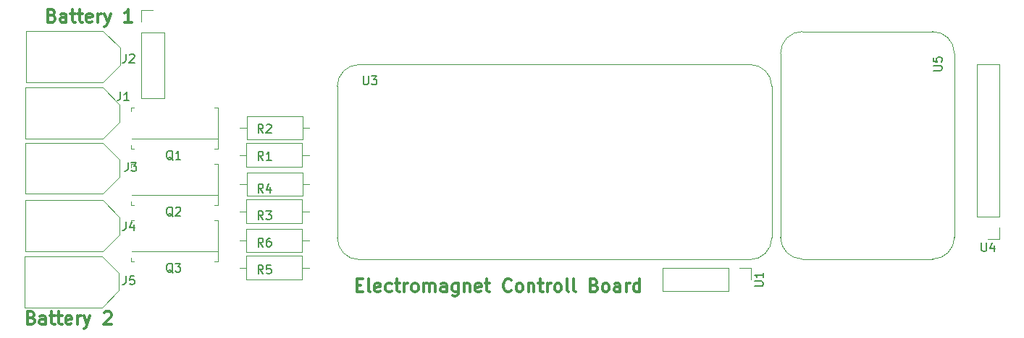
<source format=gbr>
%TF.GenerationSoftware,KiCad,Pcbnew,5.1.6*%
%TF.CreationDate,2020-09-13T19:16:19-07:00*%
%TF.ProjectId,parc,70617263-2e6b-4696-9361-645f70636258,rev?*%
%TF.SameCoordinates,Original*%
%TF.FileFunction,Legend,Top*%
%TF.FilePolarity,Positive*%
%FSLAX46Y46*%
G04 Gerber Fmt 4.6, Leading zero omitted, Abs format (unit mm)*
G04 Created by KiCad (PCBNEW 5.1.6) date 2020-09-13 19:16:19*
%MOMM*%
%LPD*%
G01*
G04 APERTURE LIST*
%ADD10C,0.300000*%
%ADD11C,0.120000*%
%ADD12C,0.100000*%
%ADD13C,0.150000*%
G04 APERTURE END LIST*
D10*
X113004285Y-104667857D02*
X113504285Y-104667857D01*
X113718571Y-105453571D02*
X113004285Y-105453571D01*
X113004285Y-103953571D01*
X113718571Y-103953571D01*
X114575714Y-105453571D02*
X114432857Y-105382142D01*
X114361428Y-105239285D01*
X114361428Y-103953571D01*
X115718571Y-105382142D02*
X115575714Y-105453571D01*
X115290000Y-105453571D01*
X115147142Y-105382142D01*
X115075714Y-105239285D01*
X115075714Y-104667857D01*
X115147142Y-104525000D01*
X115290000Y-104453571D01*
X115575714Y-104453571D01*
X115718571Y-104525000D01*
X115790000Y-104667857D01*
X115790000Y-104810714D01*
X115075714Y-104953571D01*
X117075714Y-105382142D02*
X116932857Y-105453571D01*
X116647142Y-105453571D01*
X116504285Y-105382142D01*
X116432857Y-105310714D01*
X116361428Y-105167857D01*
X116361428Y-104739285D01*
X116432857Y-104596428D01*
X116504285Y-104525000D01*
X116647142Y-104453571D01*
X116932857Y-104453571D01*
X117075714Y-104525000D01*
X117504285Y-104453571D02*
X118075714Y-104453571D01*
X117718571Y-103953571D02*
X117718571Y-105239285D01*
X117790000Y-105382142D01*
X117932857Y-105453571D01*
X118075714Y-105453571D01*
X118575714Y-105453571D02*
X118575714Y-104453571D01*
X118575714Y-104739285D02*
X118647142Y-104596428D01*
X118718571Y-104525000D01*
X118861428Y-104453571D01*
X119004285Y-104453571D01*
X119718571Y-105453571D02*
X119575714Y-105382142D01*
X119504285Y-105310714D01*
X119432857Y-105167857D01*
X119432857Y-104739285D01*
X119504285Y-104596428D01*
X119575714Y-104525000D01*
X119718571Y-104453571D01*
X119932857Y-104453571D01*
X120075714Y-104525000D01*
X120147142Y-104596428D01*
X120218571Y-104739285D01*
X120218571Y-105167857D01*
X120147142Y-105310714D01*
X120075714Y-105382142D01*
X119932857Y-105453571D01*
X119718571Y-105453571D01*
X120861428Y-105453571D02*
X120861428Y-104453571D01*
X120861428Y-104596428D02*
X120932857Y-104525000D01*
X121075714Y-104453571D01*
X121290000Y-104453571D01*
X121432857Y-104525000D01*
X121504285Y-104667857D01*
X121504285Y-105453571D01*
X121504285Y-104667857D02*
X121575714Y-104525000D01*
X121718571Y-104453571D01*
X121932857Y-104453571D01*
X122075714Y-104525000D01*
X122147142Y-104667857D01*
X122147142Y-105453571D01*
X123504285Y-105453571D02*
X123504285Y-104667857D01*
X123432857Y-104525000D01*
X123290000Y-104453571D01*
X123004285Y-104453571D01*
X122861428Y-104525000D01*
X123504285Y-105382142D02*
X123361428Y-105453571D01*
X123004285Y-105453571D01*
X122861428Y-105382142D01*
X122790000Y-105239285D01*
X122790000Y-105096428D01*
X122861428Y-104953571D01*
X123004285Y-104882142D01*
X123361428Y-104882142D01*
X123504285Y-104810714D01*
X124861428Y-104453571D02*
X124861428Y-105667857D01*
X124790000Y-105810714D01*
X124718571Y-105882142D01*
X124575714Y-105953571D01*
X124361428Y-105953571D01*
X124218571Y-105882142D01*
X124861428Y-105382142D02*
X124718571Y-105453571D01*
X124432857Y-105453571D01*
X124290000Y-105382142D01*
X124218571Y-105310714D01*
X124147142Y-105167857D01*
X124147142Y-104739285D01*
X124218571Y-104596428D01*
X124290000Y-104525000D01*
X124432857Y-104453571D01*
X124718571Y-104453571D01*
X124861428Y-104525000D01*
X125575714Y-104453571D02*
X125575714Y-105453571D01*
X125575714Y-104596428D02*
X125647142Y-104525000D01*
X125790000Y-104453571D01*
X126004285Y-104453571D01*
X126147142Y-104525000D01*
X126218571Y-104667857D01*
X126218571Y-105453571D01*
X127504285Y-105382142D02*
X127361428Y-105453571D01*
X127075714Y-105453571D01*
X126932857Y-105382142D01*
X126861428Y-105239285D01*
X126861428Y-104667857D01*
X126932857Y-104525000D01*
X127075714Y-104453571D01*
X127361428Y-104453571D01*
X127504285Y-104525000D01*
X127575714Y-104667857D01*
X127575714Y-104810714D01*
X126861428Y-104953571D01*
X128004285Y-104453571D02*
X128575714Y-104453571D01*
X128218571Y-103953571D02*
X128218571Y-105239285D01*
X128290000Y-105382142D01*
X128432857Y-105453571D01*
X128575714Y-105453571D01*
X131075714Y-105310714D02*
X131004285Y-105382142D01*
X130790000Y-105453571D01*
X130647142Y-105453571D01*
X130432857Y-105382142D01*
X130290000Y-105239285D01*
X130218571Y-105096428D01*
X130147142Y-104810714D01*
X130147142Y-104596428D01*
X130218571Y-104310714D01*
X130290000Y-104167857D01*
X130432857Y-104025000D01*
X130647142Y-103953571D01*
X130790000Y-103953571D01*
X131004285Y-104025000D01*
X131075714Y-104096428D01*
X131932857Y-105453571D02*
X131790000Y-105382142D01*
X131718571Y-105310714D01*
X131647142Y-105167857D01*
X131647142Y-104739285D01*
X131718571Y-104596428D01*
X131790000Y-104525000D01*
X131932857Y-104453571D01*
X132147142Y-104453571D01*
X132290000Y-104525000D01*
X132361428Y-104596428D01*
X132432857Y-104739285D01*
X132432857Y-105167857D01*
X132361428Y-105310714D01*
X132290000Y-105382142D01*
X132147142Y-105453571D01*
X131932857Y-105453571D01*
X133075714Y-104453571D02*
X133075714Y-105453571D01*
X133075714Y-104596428D02*
X133147142Y-104525000D01*
X133290000Y-104453571D01*
X133504285Y-104453571D01*
X133647142Y-104525000D01*
X133718571Y-104667857D01*
X133718571Y-105453571D01*
X134218571Y-104453571D02*
X134790000Y-104453571D01*
X134432857Y-103953571D02*
X134432857Y-105239285D01*
X134504285Y-105382142D01*
X134647142Y-105453571D01*
X134790000Y-105453571D01*
X135290000Y-105453571D02*
X135290000Y-104453571D01*
X135290000Y-104739285D02*
X135361428Y-104596428D01*
X135432857Y-104525000D01*
X135575714Y-104453571D01*
X135718571Y-104453571D01*
X136432857Y-105453571D02*
X136290000Y-105382142D01*
X136218571Y-105310714D01*
X136147142Y-105167857D01*
X136147142Y-104739285D01*
X136218571Y-104596428D01*
X136290000Y-104525000D01*
X136432857Y-104453571D01*
X136647142Y-104453571D01*
X136790000Y-104525000D01*
X136861428Y-104596428D01*
X136932857Y-104739285D01*
X136932857Y-105167857D01*
X136861428Y-105310714D01*
X136790000Y-105382142D01*
X136647142Y-105453571D01*
X136432857Y-105453571D01*
X137790000Y-105453571D02*
X137647142Y-105382142D01*
X137575714Y-105239285D01*
X137575714Y-103953571D01*
X138575714Y-105453571D02*
X138432857Y-105382142D01*
X138361428Y-105239285D01*
X138361428Y-103953571D01*
X140790000Y-104667857D02*
X141004285Y-104739285D01*
X141075714Y-104810714D01*
X141147142Y-104953571D01*
X141147142Y-105167857D01*
X141075714Y-105310714D01*
X141004285Y-105382142D01*
X140861428Y-105453571D01*
X140290000Y-105453571D01*
X140290000Y-103953571D01*
X140790000Y-103953571D01*
X140932857Y-104025000D01*
X141004285Y-104096428D01*
X141075714Y-104239285D01*
X141075714Y-104382142D01*
X141004285Y-104525000D01*
X140932857Y-104596428D01*
X140790000Y-104667857D01*
X140290000Y-104667857D01*
X142004285Y-105453571D02*
X141861428Y-105382142D01*
X141790000Y-105310714D01*
X141718571Y-105167857D01*
X141718571Y-104739285D01*
X141790000Y-104596428D01*
X141861428Y-104525000D01*
X142004285Y-104453571D01*
X142218571Y-104453571D01*
X142361428Y-104525000D01*
X142432857Y-104596428D01*
X142504285Y-104739285D01*
X142504285Y-105167857D01*
X142432857Y-105310714D01*
X142361428Y-105382142D01*
X142218571Y-105453571D01*
X142004285Y-105453571D01*
X143790000Y-105453571D02*
X143790000Y-104667857D01*
X143718571Y-104525000D01*
X143575714Y-104453571D01*
X143290000Y-104453571D01*
X143147142Y-104525000D01*
X143790000Y-105382142D02*
X143647142Y-105453571D01*
X143290000Y-105453571D01*
X143147142Y-105382142D01*
X143075714Y-105239285D01*
X143075714Y-105096428D01*
X143147142Y-104953571D01*
X143290000Y-104882142D01*
X143647142Y-104882142D01*
X143790000Y-104810714D01*
X144504285Y-105453571D02*
X144504285Y-104453571D01*
X144504285Y-104739285D02*
X144575714Y-104596428D01*
X144647142Y-104525000D01*
X144790000Y-104453571D01*
X144932857Y-104453571D01*
X146075714Y-105453571D02*
X146075714Y-103953571D01*
X146075714Y-105382142D02*
X145932857Y-105453571D01*
X145647142Y-105453571D01*
X145504285Y-105382142D01*
X145432857Y-105310714D01*
X145361428Y-105167857D01*
X145361428Y-104739285D01*
X145432857Y-104596428D01*
X145504285Y-104525000D01*
X145647142Y-104453571D01*
X145932857Y-104453571D01*
X146075714Y-104525000D01*
X74982142Y-108477857D02*
X75196428Y-108549285D01*
X75267857Y-108620714D01*
X75339285Y-108763571D01*
X75339285Y-108977857D01*
X75267857Y-109120714D01*
X75196428Y-109192142D01*
X75053571Y-109263571D01*
X74482142Y-109263571D01*
X74482142Y-107763571D01*
X74982142Y-107763571D01*
X75125000Y-107835000D01*
X75196428Y-107906428D01*
X75267857Y-108049285D01*
X75267857Y-108192142D01*
X75196428Y-108335000D01*
X75125000Y-108406428D01*
X74982142Y-108477857D01*
X74482142Y-108477857D01*
X76625000Y-109263571D02*
X76625000Y-108477857D01*
X76553571Y-108335000D01*
X76410714Y-108263571D01*
X76125000Y-108263571D01*
X75982142Y-108335000D01*
X76625000Y-109192142D02*
X76482142Y-109263571D01*
X76125000Y-109263571D01*
X75982142Y-109192142D01*
X75910714Y-109049285D01*
X75910714Y-108906428D01*
X75982142Y-108763571D01*
X76125000Y-108692142D01*
X76482142Y-108692142D01*
X76625000Y-108620714D01*
X77125000Y-108263571D02*
X77696428Y-108263571D01*
X77339285Y-107763571D02*
X77339285Y-109049285D01*
X77410714Y-109192142D01*
X77553571Y-109263571D01*
X77696428Y-109263571D01*
X77982142Y-108263571D02*
X78553571Y-108263571D01*
X78196428Y-107763571D02*
X78196428Y-109049285D01*
X78267857Y-109192142D01*
X78410714Y-109263571D01*
X78553571Y-109263571D01*
X79625000Y-109192142D02*
X79482142Y-109263571D01*
X79196428Y-109263571D01*
X79053571Y-109192142D01*
X78982142Y-109049285D01*
X78982142Y-108477857D01*
X79053571Y-108335000D01*
X79196428Y-108263571D01*
X79482142Y-108263571D01*
X79625000Y-108335000D01*
X79696428Y-108477857D01*
X79696428Y-108620714D01*
X78982142Y-108763571D01*
X80339285Y-109263571D02*
X80339285Y-108263571D01*
X80339285Y-108549285D02*
X80410714Y-108406428D01*
X80482142Y-108335000D01*
X80625000Y-108263571D01*
X80767857Y-108263571D01*
X81125000Y-108263571D02*
X81482142Y-109263571D01*
X81839285Y-108263571D02*
X81482142Y-109263571D01*
X81339285Y-109620714D01*
X81267857Y-109692142D01*
X81125000Y-109763571D01*
X83482142Y-107906428D02*
X83553571Y-107835000D01*
X83696428Y-107763571D01*
X84053571Y-107763571D01*
X84196428Y-107835000D01*
X84267857Y-107906428D01*
X84339285Y-108049285D01*
X84339285Y-108192142D01*
X84267857Y-108406428D01*
X83410714Y-109263571D01*
X84339285Y-109263571D01*
X77395142Y-73044857D02*
X77609428Y-73116285D01*
X77680857Y-73187714D01*
X77752285Y-73330571D01*
X77752285Y-73544857D01*
X77680857Y-73687714D01*
X77609428Y-73759142D01*
X77466571Y-73830571D01*
X76895142Y-73830571D01*
X76895142Y-72330571D01*
X77395142Y-72330571D01*
X77538000Y-72402000D01*
X77609428Y-72473428D01*
X77680857Y-72616285D01*
X77680857Y-72759142D01*
X77609428Y-72902000D01*
X77538000Y-72973428D01*
X77395142Y-73044857D01*
X76895142Y-73044857D01*
X79038000Y-73830571D02*
X79038000Y-73044857D01*
X78966571Y-72902000D01*
X78823714Y-72830571D01*
X78538000Y-72830571D01*
X78395142Y-72902000D01*
X79038000Y-73759142D02*
X78895142Y-73830571D01*
X78538000Y-73830571D01*
X78395142Y-73759142D01*
X78323714Y-73616285D01*
X78323714Y-73473428D01*
X78395142Y-73330571D01*
X78538000Y-73259142D01*
X78895142Y-73259142D01*
X79038000Y-73187714D01*
X79538000Y-72830571D02*
X80109428Y-72830571D01*
X79752285Y-72330571D02*
X79752285Y-73616285D01*
X79823714Y-73759142D01*
X79966571Y-73830571D01*
X80109428Y-73830571D01*
X80395142Y-72830571D02*
X80966571Y-72830571D01*
X80609428Y-72330571D02*
X80609428Y-73616285D01*
X80680857Y-73759142D01*
X80823714Y-73830571D01*
X80966571Y-73830571D01*
X82038000Y-73759142D02*
X81895142Y-73830571D01*
X81609428Y-73830571D01*
X81466571Y-73759142D01*
X81395142Y-73616285D01*
X81395142Y-73044857D01*
X81466571Y-72902000D01*
X81609428Y-72830571D01*
X81895142Y-72830571D01*
X82038000Y-72902000D01*
X82109428Y-73044857D01*
X82109428Y-73187714D01*
X81395142Y-73330571D01*
X82752285Y-73830571D02*
X82752285Y-72830571D01*
X82752285Y-73116285D02*
X82823714Y-72973428D01*
X82895142Y-72902000D01*
X83038000Y-72830571D01*
X83180857Y-72830571D01*
X83538000Y-72830571D02*
X83895142Y-73830571D01*
X84252285Y-72830571D02*
X83895142Y-73830571D01*
X83752285Y-74187714D01*
X83680857Y-74259142D01*
X83538000Y-74330571D01*
X86752285Y-73830571D02*
X85895142Y-73830571D01*
X86323714Y-73830571D02*
X86323714Y-72330571D01*
X86180857Y-72544857D01*
X86038000Y-72687714D01*
X85895142Y-72759142D01*
D11*
%TO.C,J1*%
X83286000Y-81505800D02*
X74286000Y-81505800D01*
X85286000Y-83505800D02*
X83286000Y-81505800D01*
X85286000Y-85505800D02*
X85286000Y-83505800D01*
X83286000Y-87505800D02*
X85286000Y-85505800D01*
X82286000Y-87505800D02*
X83286000Y-87505800D01*
X74286000Y-87505800D02*
X82286000Y-87505800D01*
X74286000Y-81505800D02*
X74286000Y-87505800D01*
%TO.C,J2*%
X83343000Y-74851000D02*
X74343000Y-74851000D01*
X85343000Y-76851000D02*
X83343000Y-74851000D01*
X85343000Y-78851000D02*
X85343000Y-76851000D01*
X83343000Y-80851000D02*
X85343000Y-78851000D01*
X82343000Y-80851000D02*
X83343000Y-80851000D01*
X74343000Y-80851000D02*
X82343000Y-80851000D01*
X74343000Y-74851000D02*
X74343000Y-80851000D01*
%TO.C,J3*%
X74286000Y-87957400D02*
X74286000Y-93957400D01*
X74286000Y-93957400D02*
X82286000Y-93957400D01*
X82286000Y-93957400D02*
X83286000Y-93957400D01*
X83286000Y-93957400D02*
X85286000Y-91957400D01*
X85286000Y-91957400D02*
X85286000Y-89957400D01*
X85286000Y-89957400D02*
X83286000Y-87957400D01*
X83286000Y-87957400D02*
X74286000Y-87957400D01*
%TO.C,J4*%
X83286000Y-94713800D02*
X74286000Y-94713800D01*
X85286000Y-96713800D02*
X83286000Y-94713800D01*
X85286000Y-98713800D02*
X85286000Y-96713800D01*
X83286000Y-100713800D02*
X85286000Y-98713800D01*
X82286000Y-100713800D02*
X83286000Y-100713800D01*
X74286000Y-100713800D02*
X82286000Y-100713800D01*
X74286000Y-94713800D02*
X74286000Y-100713800D01*
%TO.C,J5*%
X74216000Y-101267000D02*
X74216000Y-107267000D01*
X74216000Y-107267000D02*
X82216000Y-107267000D01*
X82216000Y-107267000D02*
X83216000Y-107267000D01*
X83216000Y-107267000D02*
X85216000Y-105267000D01*
X85216000Y-105267000D02*
X85216000Y-103267000D01*
X85216000Y-103267000D02*
X83216000Y-101267000D01*
X83216000Y-101267000D02*
X74216000Y-101267000D01*
D12*
%TO.C,Q1*%
X96794000Y-87523000D02*
X86694000Y-87523000D01*
X86594000Y-83833000D02*
X86594000Y-84233000D01*
X86594000Y-83833000D02*
X86994000Y-83833000D01*
X96794000Y-83833000D02*
X96794000Y-88233000D01*
X96794000Y-83833000D02*
X96394000Y-83833000D01*
X96794000Y-88633000D02*
X96794000Y-88233000D01*
X96794000Y-88633000D02*
X96394000Y-88633000D01*
X86994000Y-88633000D02*
X86594000Y-88633000D01*
X86594000Y-88633000D02*
X86594000Y-88233000D01*
%TO.C,Q2*%
X86594000Y-95237000D02*
X86594000Y-94837000D01*
X86994000Y-95237000D02*
X86594000Y-95237000D01*
X96794000Y-95237000D02*
X96394000Y-95237000D01*
X96794000Y-95237000D02*
X96794000Y-94837000D01*
X96794000Y-90437000D02*
X96394000Y-90437000D01*
X96794000Y-90437000D02*
X96794000Y-94837000D01*
X86594000Y-90437000D02*
X86994000Y-90437000D01*
X86594000Y-90437000D02*
X86594000Y-90837000D01*
X96794000Y-94127000D02*
X86694000Y-94127000D01*
%TO.C,Q3*%
X86594000Y-101841000D02*
X86594000Y-101441000D01*
X86994000Y-101841000D02*
X86594000Y-101841000D01*
X96794000Y-101841000D02*
X96394000Y-101841000D01*
X96794000Y-101841000D02*
X96794000Y-101441000D01*
X96794000Y-97041000D02*
X96394000Y-97041000D01*
X96794000Y-97041000D02*
X96794000Y-101441000D01*
X86594000Y-97041000D02*
X86994000Y-97041000D01*
X86594000Y-97041000D02*
X86594000Y-97441000D01*
X96794000Y-100731000D02*
X86694000Y-100731000D01*
D11*
%TO.C,R1*%
X106648000Y-90778000D02*
X106648000Y-88038000D01*
X106648000Y-88038000D02*
X100108000Y-88038000D01*
X100108000Y-88038000D02*
X100108000Y-90778000D01*
X100108000Y-90778000D02*
X106648000Y-90778000D01*
X107418000Y-89408000D02*
X106648000Y-89408000D01*
X99338000Y-89408000D02*
X100108000Y-89408000D01*
%TO.C,R2*%
X107443400Y-86233000D02*
X106673400Y-86233000D01*
X99363400Y-86233000D02*
X100133400Y-86233000D01*
X106673400Y-84863000D02*
X100133400Y-84863000D01*
X106673400Y-87603000D02*
X106673400Y-84863000D01*
X100133400Y-87603000D02*
X106673400Y-87603000D01*
X100133400Y-84863000D02*
X100133400Y-87603000D01*
%TO.C,R3*%
X99338000Y-96012000D02*
X100108000Y-96012000D01*
X107418000Y-96012000D02*
X106648000Y-96012000D01*
X100108000Y-97382000D02*
X106648000Y-97382000D01*
X100108000Y-94642000D02*
X100108000Y-97382000D01*
X106648000Y-94642000D02*
X100108000Y-94642000D01*
X106648000Y-97382000D02*
X106648000Y-94642000D01*
%TO.C,R4*%
X100133400Y-91467000D02*
X100133400Y-94207000D01*
X100133400Y-94207000D02*
X106673400Y-94207000D01*
X106673400Y-94207000D02*
X106673400Y-91467000D01*
X106673400Y-91467000D02*
X100133400Y-91467000D01*
X99363400Y-92837000D02*
X100133400Y-92837000D01*
X107443400Y-92837000D02*
X106673400Y-92837000D01*
%TO.C,R5*%
X106648000Y-103986000D02*
X106648000Y-101246000D01*
X106648000Y-101246000D02*
X100108000Y-101246000D01*
X100108000Y-101246000D02*
X100108000Y-103986000D01*
X100108000Y-103986000D02*
X106648000Y-103986000D01*
X107418000Y-102616000D02*
X106648000Y-102616000D01*
X99338000Y-102616000D02*
X100108000Y-102616000D01*
%TO.C,R6*%
X107418000Y-99415600D02*
X106648000Y-99415600D01*
X99338000Y-99415600D02*
X100108000Y-99415600D01*
X106648000Y-98045600D02*
X100108000Y-98045600D01*
X106648000Y-100785600D02*
X106648000Y-98045600D01*
X100108000Y-100785600D02*
X106648000Y-100785600D01*
X100108000Y-98045600D02*
X100108000Y-100785600D01*
%TO.C,U1*%
X148784000Y-102683000D02*
X148784000Y-105343000D01*
X156464000Y-102683000D02*
X148784000Y-102683000D01*
X156464000Y-105343000D02*
X148784000Y-105343000D01*
X156464000Y-102683000D02*
X156464000Y-105343000D01*
X157734000Y-102683000D02*
X159064000Y-102683000D01*
X159064000Y-102683000D02*
X159064000Y-104013000D01*
%TO.C,U2*%
X87824000Y-72457000D02*
X89154000Y-72457000D01*
X87824000Y-73787000D02*
X87824000Y-72457000D01*
X87824000Y-75057000D02*
X90484000Y-75057000D01*
X90484000Y-75057000D02*
X90484000Y-82737000D01*
X87824000Y-75057000D02*
X87824000Y-82737000D01*
X87824000Y-82737000D02*
X90484000Y-82737000D01*
%TO.C,U3*%
X113280000Y-101660001D02*
X159000000Y-101660001D01*
X110740000Y-81340001D02*
X110740000Y-99120001D01*
X159000000Y-78800001D02*
X113280000Y-78800001D01*
X161540000Y-99120001D02*
X161540000Y-81340001D01*
X113280000Y-101660001D02*
G75*
G02*
X110740000Y-99120001I0J2540000D01*
G01*
X110740000Y-81340001D02*
G75*
G02*
X113280000Y-78800001I2540000J0D01*
G01*
X161540000Y-99120001D02*
G75*
G02*
X159000000Y-101660001I-2540000J0D01*
G01*
X159000000Y-78800001D02*
G75*
G02*
X161540000Y-81340001I0J-2540000D01*
G01*
%TO.C,U4*%
X188147000Y-99247000D02*
X186817000Y-99247000D01*
X188147000Y-97917000D02*
X188147000Y-99247000D01*
X188147000Y-96647000D02*
X185487000Y-96647000D01*
X185487000Y-96647000D02*
X185487000Y-78807000D01*
X188147000Y-96647000D02*
X188147000Y-78807000D01*
X188147000Y-78807000D02*
X185487000Y-78807000D01*
%TO.C,U5*%
X162560000Y-77470000D02*
X162560000Y-99060000D01*
X180340000Y-74930000D02*
X165100000Y-74930000D01*
X182880000Y-99060000D02*
X182880000Y-77470000D01*
X165100000Y-101600000D02*
X180340000Y-101600000D01*
X162560000Y-77470000D02*
G75*
G02*
X165100000Y-74930000I2540000J0D01*
G01*
X180340000Y-74930000D02*
G75*
G02*
X182880000Y-77470000I0J-2540000D01*
G01*
X182880000Y-99060000D02*
G75*
G02*
X180340000Y-101600000I-2540000J0D01*
G01*
X165100000Y-101600000D02*
G75*
G02*
X162560000Y-99060000I0J2540000D01*
G01*
%TO.C,J1*%
D13*
X85391666Y-82002380D02*
X85391666Y-82716666D01*
X85344047Y-82859523D01*
X85248809Y-82954761D01*
X85105952Y-83002380D01*
X85010714Y-83002380D01*
X86391666Y-83002380D02*
X85820238Y-83002380D01*
X86105952Y-83002380D02*
X86105952Y-82002380D01*
X86010714Y-82145238D01*
X85915476Y-82240476D01*
X85820238Y-82288095D01*
%TO.C,J2*%
X86026666Y-77557380D02*
X86026666Y-78271666D01*
X85979047Y-78414523D01*
X85883809Y-78509761D01*
X85740952Y-78557380D01*
X85645714Y-78557380D01*
X86455238Y-77652619D02*
X86502857Y-77605000D01*
X86598095Y-77557380D01*
X86836190Y-77557380D01*
X86931428Y-77605000D01*
X86979047Y-77652619D01*
X87026666Y-77747857D01*
X87026666Y-77843095D01*
X86979047Y-77985952D01*
X86407619Y-78557380D01*
X87026666Y-78557380D01*
%TO.C,J3*%
X86260666Y-90289380D02*
X86260666Y-91003666D01*
X86213047Y-91146523D01*
X86117809Y-91241761D01*
X85974952Y-91289380D01*
X85879714Y-91289380D01*
X86641619Y-90289380D02*
X87260666Y-90289380D01*
X86927333Y-90670333D01*
X87070190Y-90670333D01*
X87165428Y-90717952D01*
X87213047Y-90765571D01*
X87260666Y-90860809D01*
X87260666Y-91098904D01*
X87213047Y-91194142D01*
X87165428Y-91241761D01*
X87070190Y-91289380D01*
X86784476Y-91289380D01*
X86689238Y-91241761D01*
X86641619Y-91194142D01*
%TO.C,J4*%
X86026666Y-97242380D02*
X86026666Y-97956666D01*
X85979047Y-98099523D01*
X85883809Y-98194761D01*
X85740952Y-98242380D01*
X85645714Y-98242380D01*
X86931428Y-97575714D02*
X86931428Y-98242380D01*
X86693333Y-97194761D02*
X86455238Y-97909047D01*
X87074285Y-97909047D01*
%TO.C,J5*%
X86026666Y-103592380D02*
X86026666Y-104306666D01*
X85979047Y-104449523D01*
X85883809Y-104544761D01*
X85740952Y-104592380D01*
X85645714Y-104592380D01*
X86979047Y-103592380D02*
X86502857Y-103592380D01*
X86455238Y-104068571D01*
X86502857Y-104020952D01*
X86598095Y-103973333D01*
X86836190Y-103973333D01*
X86931428Y-104020952D01*
X86979047Y-104068571D01*
X87026666Y-104163809D01*
X87026666Y-104401904D01*
X86979047Y-104497142D01*
X86931428Y-104544761D01*
X86836190Y-104592380D01*
X86598095Y-104592380D01*
X86502857Y-104544761D01*
X86455238Y-104497142D01*
%TO.C,Q1*%
X91518761Y-90000619D02*
X91423523Y-89953000D01*
X91328285Y-89857761D01*
X91185428Y-89714904D01*
X91090190Y-89667285D01*
X90994952Y-89667285D01*
X91042571Y-89905380D02*
X90947333Y-89857761D01*
X90852095Y-89762523D01*
X90804476Y-89572047D01*
X90804476Y-89238714D01*
X90852095Y-89048238D01*
X90947333Y-88953000D01*
X91042571Y-88905380D01*
X91233047Y-88905380D01*
X91328285Y-88953000D01*
X91423523Y-89048238D01*
X91471142Y-89238714D01*
X91471142Y-89572047D01*
X91423523Y-89762523D01*
X91328285Y-89857761D01*
X91233047Y-89905380D01*
X91042571Y-89905380D01*
X92423523Y-89905380D02*
X91852095Y-89905380D01*
X92137809Y-89905380D02*
X92137809Y-88905380D01*
X92042571Y-89048238D01*
X91947333Y-89143476D01*
X91852095Y-89191095D01*
%TO.C,Q2*%
X91518761Y-96604619D02*
X91423523Y-96557000D01*
X91328285Y-96461761D01*
X91185428Y-96318904D01*
X91090190Y-96271285D01*
X90994952Y-96271285D01*
X91042571Y-96509380D02*
X90947333Y-96461761D01*
X90852095Y-96366523D01*
X90804476Y-96176047D01*
X90804476Y-95842714D01*
X90852095Y-95652238D01*
X90947333Y-95557000D01*
X91042571Y-95509380D01*
X91233047Y-95509380D01*
X91328285Y-95557000D01*
X91423523Y-95652238D01*
X91471142Y-95842714D01*
X91471142Y-96176047D01*
X91423523Y-96366523D01*
X91328285Y-96461761D01*
X91233047Y-96509380D01*
X91042571Y-96509380D01*
X91852095Y-95604619D02*
X91899714Y-95557000D01*
X91994952Y-95509380D01*
X92233047Y-95509380D01*
X92328285Y-95557000D01*
X92375904Y-95604619D01*
X92423523Y-95699857D01*
X92423523Y-95795095D01*
X92375904Y-95937952D01*
X91804476Y-96509380D01*
X92423523Y-96509380D01*
%TO.C,Q3*%
X91518761Y-103208619D02*
X91423523Y-103161000D01*
X91328285Y-103065761D01*
X91185428Y-102922904D01*
X91090190Y-102875285D01*
X90994952Y-102875285D01*
X91042571Y-103113380D02*
X90947333Y-103065761D01*
X90852095Y-102970523D01*
X90804476Y-102780047D01*
X90804476Y-102446714D01*
X90852095Y-102256238D01*
X90947333Y-102161000D01*
X91042571Y-102113380D01*
X91233047Y-102113380D01*
X91328285Y-102161000D01*
X91423523Y-102256238D01*
X91471142Y-102446714D01*
X91471142Y-102780047D01*
X91423523Y-102970523D01*
X91328285Y-103065761D01*
X91233047Y-103113380D01*
X91042571Y-103113380D01*
X91804476Y-102113380D02*
X92423523Y-102113380D01*
X92090190Y-102494333D01*
X92233047Y-102494333D01*
X92328285Y-102541952D01*
X92375904Y-102589571D01*
X92423523Y-102684809D01*
X92423523Y-102922904D01*
X92375904Y-103018142D01*
X92328285Y-103065761D01*
X92233047Y-103113380D01*
X91947333Y-103113380D01*
X91852095Y-103065761D01*
X91804476Y-103018142D01*
%TO.C,R1*%
X102068333Y-89987380D02*
X101735000Y-89511190D01*
X101496904Y-89987380D02*
X101496904Y-88987380D01*
X101877857Y-88987380D01*
X101973095Y-89035000D01*
X102020714Y-89082619D01*
X102068333Y-89177857D01*
X102068333Y-89320714D01*
X102020714Y-89415952D01*
X101973095Y-89463571D01*
X101877857Y-89511190D01*
X101496904Y-89511190D01*
X103020714Y-89987380D02*
X102449285Y-89987380D01*
X102735000Y-89987380D02*
X102735000Y-88987380D01*
X102639761Y-89130238D01*
X102544523Y-89225476D01*
X102449285Y-89273095D01*
%TO.C,R2*%
X102068333Y-86812380D02*
X101735000Y-86336190D01*
X101496904Y-86812380D02*
X101496904Y-85812380D01*
X101877857Y-85812380D01*
X101973095Y-85860000D01*
X102020714Y-85907619D01*
X102068333Y-86002857D01*
X102068333Y-86145714D01*
X102020714Y-86240952D01*
X101973095Y-86288571D01*
X101877857Y-86336190D01*
X101496904Y-86336190D01*
X102449285Y-85907619D02*
X102496904Y-85860000D01*
X102592142Y-85812380D01*
X102830238Y-85812380D01*
X102925476Y-85860000D01*
X102973095Y-85907619D01*
X103020714Y-86002857D01*
X103020714Y-86098095D01*
X102973095Y-86240952D01*
X102401666Y-86812380D01*
X103020714Y-86812380D01*
%TO.C,R3*%
X102068333Y-96972380D02*
X101735000Y-96496190D01*
X101496904Y-96972380D02*
X101496904Y-95972380D01*
X101877857Y-95972380D01*
X101973095Y-96020000D01*
X102020714Y-96067619D01*
X102068333Y-96162857D01*
X102068333Y-96305714D01*
X102020714Y-96400952D01*
X101973095Y-96448571D01*
X101877857Y-96496190D01*
X101496904Y-96496190D01*
X102401666Y-95972380D02*
X103020714Y-95972380D01*
X102687380Y-96353333D01*
X102830238Y-96353333D01*
X102925476Y-96400952D01*
X102973095Y-96448571D01*
X103020714Y-96543809D01*
X103020714Y-96781904D01*
X102973095Y-96877142D01*
X102925476Y-96924761D01*
X102830238Y-96972380D01*
X102544523Y-96972380D01*
X102449285Y-96924761D01*
X102401666Y-96877142D01*
%TO.C,R4*%
X102068333Y-93797380D02*
X101735000Y-93321190D01*
X101496904Y-93797380D02*
X101496904Y-92797380D01*
X101877857Y-92797380D01*
X101973095Y-92845000D01*
X102020714Y-92892619D01*
X102068333Y-92987857D01*
X102068333Y-93130714D01*
X102020714Y-93225952D01*
X101973095Y-93273571D01*
X101877857Y-93321190D01*
X101496904Y-93321190D01*
X102925476Y-93130714D02*
X102925476Y-93797380D01*
X102687380Y-92749761D02*
X102449285Y-93464047D01*
X103068333Y-93464047D01*
%TO.C,R5*%
X102068333Y-103322380D02*
X101735000Y-102846190D01*
X101496904Y-103322380D02*
X101496904Y-102322380D01*
X101877857Y-102322380D01*
X101973095Y-102370000D01*
X102020714Y-102417619D01*
X102068333Y-102512857D01*
X102068333Y-102655714D01*
X102020714Y-102750952D01*
X101973095Y-102798571D01*
X101877857Y-102846190D01*
X101496904Y-102846190D01*
X102973095Y-102322380D02*
X102496904Y-102322380D01*
X102449285Y-102798571D01*
X102496904Y-102750952D01*
X102592142Y-102703333D01*
X102830238Y-102703333D01*
X102925476Y-102750952D01*
X102973095Y-102798571D01*
X103020714Y-102893809D01*
X103020714Y-103131904D01*
X102973095Y-103227142D01*
X102925476Y-103274761D01*
X102830238Y-103322380D01*
X102592142Y-103322380D01*
X102496904Y-103274761D01*
X102449285Y-103227142D01*
%TO.C,R6*%
X102068333Y-100147380D02*
X101735000Y-99671190D01*
X101496904Y-100147380D02*
X101496904Y-99147380D01*
X101877857Y-99147380D01*
X101973095Y-99195000D01*
X102020714Y-99242619D01*
X102068333Y-99337857D01*
X102068333Y-99480714D01*
X102020714Y-99575952D01*
X101973095Y-99623571D01*
X101877857Y-99671190D01*
X101496904Y-99671190D01*
X102925476Y-99147380D02*
X102735000Y-99147380D01*
X102639761Y-99195000D01*
X102592142Y-99242619D01*
X102496904Y-99385476D01*
X102449285Y-99575952D01*
X102449285Y-99956904D01*
X102496904Y-100052142D01*
X102544523Y-100099761D01*
X102639761Y-100147380D01*
X102830238Y-100147380D01*
X102925476Y-100099761D01*
X102973095Y-100052142D01*
X103020714Y-99956904D01*
X103020714Y-99718809D01*
X102973095Y-99623571D01*
X102925476Y-99575952D01*
X102830238Y-99528333D01*
X102639761Y-99528333D01*
X102544523Y-99575952D01*
X102496904Y-99623571D01*
X102449285Y-99718809D01*
%TO.C,U1*%
X159516380Y-104774904D02*
X160325904Y-104774904D01*
X160421142Y-104727285D01*
X160468761Y-104679666D01*
X160516380Y-104584428D01*
X160516380Y-104393952D01*
X160468761Y-104298714D01*
X160421142Y-104251095D01*
X160325904Y-104203476D01*
X159516380Y-104203476D01*
X160516380Y-103203476D02*
X160516380Y-103774904D01*
X160516380Y-103489190D02*
X159516380Y-103489190D01*
X159659238Y-103584428D01*
X159754476Y-103679666D01*
X159802095Y-103774904D01*
%TO.C,U3*%
X113788095Y-80157381D02*
X113788095Y-80966905D01*
X113835714Y-81062143D01*
X113883333Y-81109762D01*
X113978571Y-81157381D01*
X114169047Y-81157381D01*
X114264285Y-81109762D01*
X114311904Y-81062143D01*
X114359523Y-80966905D01*
X114359523Y-80157381D01*
X114740476Y-80157381D02*
X115359523Y-80157381D01*
X115026190Y-80538334D01*
X115169047Y-80538334D01*
X115264285Y-80585953D01*
X115311904Y-80633572D01*
X115359523Y-80728810D01*
X115359523Y-80966905D01*
X115311904Y-81062143D01*
X115264285Y-81109762D01*
X115169047Y-81157381D01*
X114883333Y-81157381D01*
X114788095Y-81109762D01*
X114740476Y-81062143D01*
%TO.C,U4*%
X186055095Y-99699380D02*
X186055095Y-100508904D01*
X186102714Y-100604142D01*
X186150333Y-100651761D01*
X186245571Y-100699380D01*
X186436047Y-100699380D01*
X186531285Y-100651761D01*
X186578904Y-100604142D01*
X186626523Y-100508904D01*
X186626523Y-99699380D01*
X187531285Y-100032714D02*
X187531285Y-100699380D01*
X187293190Y-99651761D02*
X187055095Y-100366047D01*
X187674142Y-100366047D01*
%TO.C,U5*%
X180427380Y-79501904D02*
X181236904Y-79501904D01*
X181332142Y-79454285D01*
X181379761Y-79406666D01*
X181427380Y-79311428D01*
X181427380Y-79120952D01*
X181379761Y-79025714D01*
X181332142Y-78978095D01*
X181236904Y-78930476D01*
X180427380Y-78930476D01*
X180427380Y-77978095D02*
X180427380Y-78454285D01*
X180903571Y-78501904D01*
X180855952Y-78454285D01*
X180808333Y-78359047D01*
X180808333Y-78120952D01*
X180855952Y-78025714D01*
X180903571Y-77978095D01*
X180998809Y-77930476D01*
X181236904Y-77930476D01*
X181332142Y-77978095D01*
X181379761Y-78025714D01*
X181427380Y-78120952D01*
X181427380Y-78359047D01*
X181379761Y-78454285D01*
X181332142Y-78501904D01*
%TD*%
M02*

</source>
